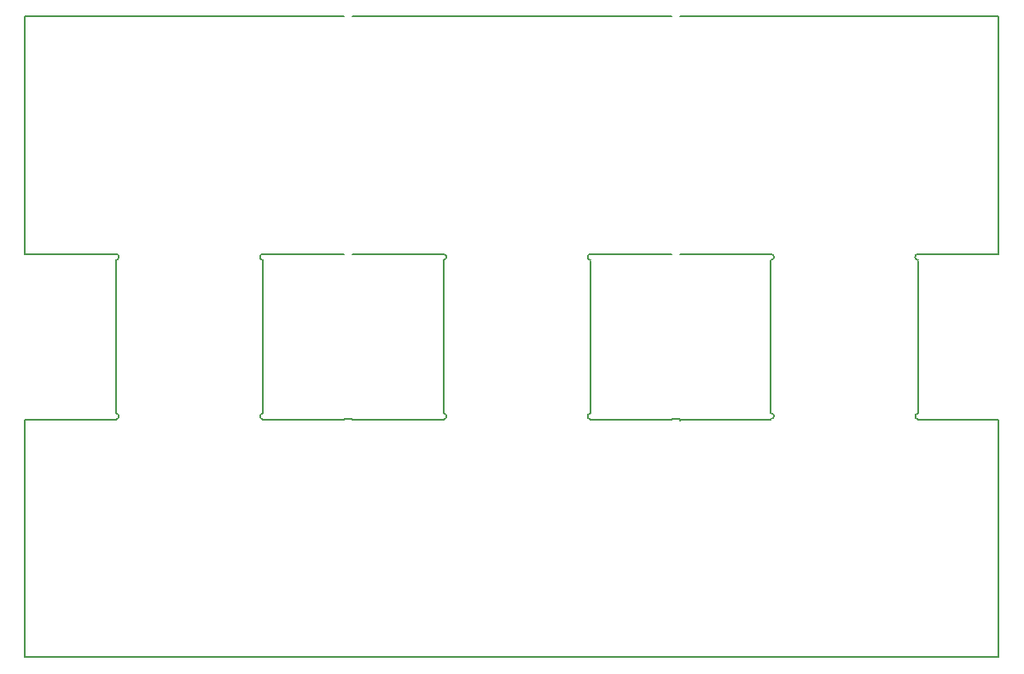
<source format=gbr>
G04 #@! TF.FileFunction,Profile,NP*
%FSLAX46Y46*%
G04 Gerber Fmt 4.6, Leading zero omitted, Abs format (unit mm)*
G04 Created by KiCad (PCBNEW 4.0.2-4+6225~38~ubuntu15.04.1-stable) date 2016年04月15日 16時13分23秒*
%MOMM*%
G01*
G04 APERTURE LIST*
%ADD10C,0.100000*%
%ADD11C,0.150000*%
G04 APERTURE END LIST*
D10*
D11*
X131000000Y-91500000D02*
X131900000Y-91500000D01*
X131000000Y-115100000D02*
X131900000Y-115100000D01*
X163500000Y-115100000D02*
X164400000Y-115100000D01*
X164400000Y-91500000D02*
X164400000Y-91600000D01*
X163500000Y-91500000D02*
X164400000Y-91500000D01*
X155500000Y-75800000D02*
X155500000Y-90900000D01*
X140900000Y-75700000D02*
X140900000Y-90900000D01*
X155500000Y-90900000D02*
G75*
G03X155500000Y-91500000I0J-300000D01*
G01*
X140900000Y-91500000D02*
G75*
G03X140900000Y-90900000I0J300000D01*
G01*
X155500000Y-75100000D02*
G75*
G03X155500000Y-75700000I0J-300000D01*
G01*
X140900000Y-75700000D02*
G75*
G03X140900000Y-75100000I0J300000D01*
G01*
X155500000Y-75108000D02*
X163500000Y-75108000D01*
X163500000Y-91508000D02*
X155500000Y-91508000D01*
X131900000Y-115108000D02*
X163500000Y-115108000D01*
X140900000Y-91508000D02*
X131900000Y-91508000D01*
X131900000Y-75108000D02*
X140900000Y-75108000D01*
X163500000Y-51508000D02*
X131900000Y-51508000D01*
X123000000Y-75800000D02*
X123000000Y-90900000D01*
X108400000Y-75700000D02*
X108400000Y-90900000D01*
X123000000Y-90900000D02*
G75*
G03X123000000Y-91500000I0J-300000D01*
G01*
X108400000Y-91500000D02*
G75*
G03X108400000Y-90900000I0J300000D01*
G01*
X123000000Y-75100000D02*
G75*
G03X123000000Y-75700000I0J-300000D01*
G01*
X108400000Y-75700000D02*
G75*
G03X108400000Y-75100000I0J300000D01*
G01*
X123000000Y-75108000D02*
X131000000Y-75108000D01*
X131000000Y-91508000D02*
X123000000Y-91508000D01*
X99400000Y-115108000D02*
X131000000Y-115108000D01*
X99400000Y-91508000D02*
X99400000Y-115108000D01*
X108400000Y-91508000D02*
X99400000Y-91508000D01*
X99400000Y-75108000D02*
X108400000Y-75108000D01*
X99400000Y-51508000D02*
X99400000Y-75108000D01*
X131000000Y-51508000D02*
X99400000Y-51508000D01*
X188000000Y-75800000D02*
X188000000Y-90900000D01*
X173400000Y-75700000D02*
X173400000Y-90900000D01*
X188000000Y-90900000D02*
G75*
G03X188000000Y-91500000I0J-300000D01*
G01*
X173400000Y-91500000D02*
G75*
G03X173400000Y-90900000I0J300000D01*
G01*
X188000000Y-75100000D02*
G75*
G03X188000000Y-75700000I0J-300000D01*
G01*
X173400000Y-75700000D02*
G75*
G03X173400000Y-75100000I0J300000D01*
G01*
X196000000Y-75108000D02*
X196000000Y-51508000D01*
X188000000Y-75108000D02*
X196000000Y-75108000D01*
X196000000Y-91508000D02*
X188000000Y-91508000D01*
X196000000Y-115108000D02*
X196000000Y-91508000D01*
X164400000Y-115108000D02*
X196000000Y-115108000D01*
X173400000Y-91508000D02*
X164400000Y-91508000D01*
X164400000Y-75108000D02*
X173400000Y-75108000D01*
X196000000Y-51508000D02*
X164400000Y-51508000D01*
M02*

</source>
